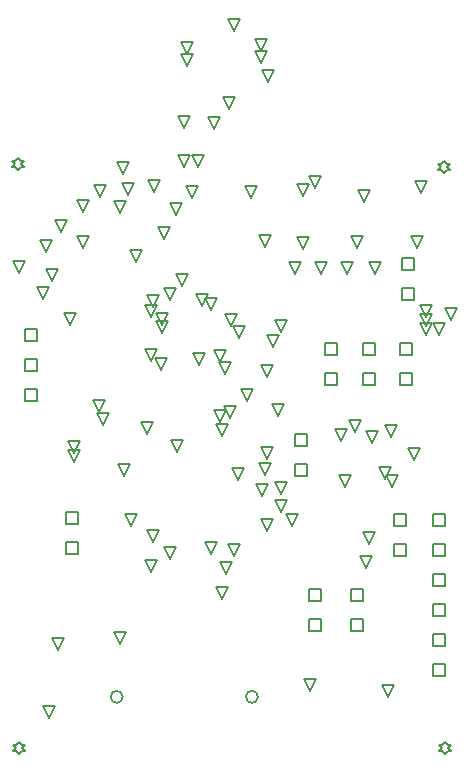
<source format=gbr>
%TF.GenerationSoftware,Altium Limited,Altium Designer,19.1.5 (86)*%
G04 Layer_Color=2752767*
%FSLAX26Y26*%
%MOIN*%
%TF.FileFunction,Drawing*%
%TF.Part,Single*%
G01*
G75*
%TA.AperFunction,NonConductor*%
%ADD48C,0.005000*%
%ADD95C,0.006667*%
D48*
X2719685Y1035000D02*
Y1075000D01*
X2759685D01*
Y1035000D01*
X2719685D01*
Y1135000D02*
Y1175000D01*
X2759685D01*
Y1135000D01*
X2719685D01*
X3050000Y770000D02*
Y810000D01*
X3090000D01*
Y770000D01*
X3050000D01*
Y870000D02*
Y910000D01*
X3090000D01*
Y870000D01*
X3050000D01*
X2905000Y520000D02*
Y560000D01*
X2945000D01*
Y520000D01*
X2905000D01*
Y620000D02*
Y660000D01*
X2945000D01*
Y620000D01*
X2905000D01*
X2765000Y520000D02*
Y560000D01*
X2805000D01*
Y520000D01*
X2765000D01*
Y620000D02*
Y660000D01*
X2805000D01*
Y620000D01*
X2765000D01*
X1820000Y1285000D02*
Y1325000D01*
X1860000D01*
Y1285000D01*
X1820000D01*
Y1385000D02*
Y1425000D01*
X1860000D01*
Y1385000D01*
X1820000D01*
Y1485000D02*
Y1525000D01*
X1860000D01*
Y1485000D01*
X1820000D01*
X1955000Y775000D02*
Y815000D01*
X1995000D01*
Y775000D01*
X1955000D01*
Y875000D02*
Y915000D01*
X1995000D01*
Y875000D01*
X1955000D01*
X3180000Y370000D02*
Y410000D01*
X3220000D01*
Y370000D01*
X3180000D01*
Y470000D02*
Y510000D01*
X3220000D01*
Y470000D01*
X3180000D01*
Y570000D02*
Y610000D01*
X3220000D01*
Y570000D01*
X3180000D01*
Y670000D02*
Y710000D01*
X3220000D01*
Y670000D01*
X3180000D01*
Y770000D02*
Y810000D01*
X3220000D01*
Y770000D01*
X3180000D01*
Y870000D02*
Y910000D01*
X3220000D01*
Y870000D01*
X3180000D01*
X3070000Y1440000D02*
Y1480000D01*
X3110000D01*
Y1440000D01*
X3070000D01*
Y1340000D02*
Y1380000D01*
X3110000D01*
Y1340000D01*
X3070000D01*
X2945000Y1440000D02*
Y1480000D01*
X2985000D01*
Y1440000D01*
X2945000D01*
Y1340000D02*
Y1380000D01*
X2985000D01*
Y1340000D01*
X2945000D01*
X2820000Y1440000D02*
Y1480000D01*
X2860000D01*
Y1440000D01*
X2820000D01*
Y1340000D02*
Y1380000D01*
X2860000D01*
Y1340000D01*
X2820000D01*
X3075000Y1623242D02*
Y1663242D01*
X3115000D01*
Y1623242D01*
X3075000D01*
Y1723242D02*
Y1763242D01*
X3115000D01*
Y1723242D01*
X3075000D01*
X2281849Y1827427D02*
X2261849Y1867427D01*
X2301849D01*
X2281849Y1827427D01*
X2244918Y1599493D02*
X2224918Y1639493D01*
X2264918D01*
X2244918Y1599493D01*
X2013397Y1797265D02*
X1993397Y1837265D01*
X2033397D01*
X2013397Y1797265D01*
X2342196Y1670000D02*
X2322196Y1710000D01*
X2362196D01*
X2342196Y1670000D01*
X2485000Y1375000D02*
X2465000Y1415000D01*
X2505000D01*
X2485000Y1375000D01*
X2399638Y1406024D02*
X2379638Y1446024D01*
X2419638D01*
X2399638Y1406024D01*
X2626575Y1365000D02*
X2606575Y1405000D01*
X2646575D01*
X2626575Y1365000D01*
X2469431Y1216917D02*
X2449431Y1256917D01*
X2489431D01*
X2469431Y1216917D01*
X2502042Y1229322D02*
X2482042Y1269322D01*
X2522042D01*
X2502042Y1229322D01*
X3020000Y1025709D02*
X3000000Y1065709D01*
X3040000D01*
X3020000Y1025709D01*
X1900000Y230000D02*
X1880000Y270000D01*
X1920000D01*
X1900000Y230000D01*
X3116505Y1090853D02*
X3096505Y1130853D01*
X3136505D01*
X3116505Y1090853D01*
X3043266Y1000000D02*
X3023266Y1040000D01*
X3063266D01*
X3043266Y1000000D01*
X2626575Y1093037D02*
X2606575Y1133037D01*
X2646575D01*
X2626575Y1093037D01*
X2886890Y1000000D02*
X2866890Y1040000D01*
X2906890D01*
X2886890Y1000000D01*
X2672474Y975000D02*
X2652474Y1015000D01*
X2692474D01*
X2672474Y975000D01*
Y915000D02*
X2652474Y955000D01*
X2692474D01*
X2672474Y915000D01*
X2610000Y970000D02*
X2590000Y1010000D01*
X2630000D01*
X2610000Y970000D01*
X2487109Y710000D02*
X2467109Y750000D01*
X2507109D01*
X2487109Y710000D01*
X2302509Y760000D02*
X2282509Y800000D01*
X2322509D01*
X2302509Y760000D01*
X2238058Y715281D02*
X2218058Y755281D01*
X2258058D01*
X2238058Y715281D01*
X2475000Y625000D02*
X2455000Y665000D01*
X2495000D01*
X2475000Y625000D01*
X2872582Y1152362D02*
X2852582Y1192362D01*
X2892582D01*
X2872582Y1152362D01*
X3240000Y1555000D02*
X3220000Y1595000D01*
X3260000D01*
X3240000Y1555000D01*
X3200000Y1505000D02*
X3180000Y1545000D01*
X3220000D01*
X3200000Y1505000D01*
X3155000D02*
X3135000Y1545000D01*
X3175000D01*
X3155000Y1505000D01*
Y1535000D02*
X3135000Y1575000D01*
X3175000D01*
X3155000Y1535000D01*
Y1565000D02*
X3135000Y1605000D01*
X3175000D01*
X3155000Y1565000D01*
X2672474Y1516446D02*
X2652474Y1556446D01*
X2692474D01*
X2672474Y1516446D01*
X2645000Y1465000D02*
X2625000Y1505000D01*
X2665000D01*
X2645000Y1465000D01*
X2558877Y1285000D02*
X2538877Y1325000D01*
X2578877D01*
X2558877Y1285000D01*
X3028445Y300000D02*
X3008445Y340000D01*
X3048445D01*
X3028445Y300000D01*
X2770000Y320000D02*
X2750000Y360000D01*
X2790000D01*
X2770000Y320000D01*
X2505000Y1535000D02*
X2485000Y1575000D01*
X2525000D01*
X2505000Y1535000D01*
X2276559Y1511886D02*
X2256559Y1551886D01*
X2296559D01*
X2276559Y1511886D01*
Y1539725D02*
X2256559Y1579725D01*
X2296559D01*
X2276559Y1539725D01*
X1982806Y1082649D02*
X1962806Y1122649D01*
X2002806D01*
X1982806Y1082649D01*
X1982339Y1111283D02*
X1962339Y1151283D01*
X2002339D01*
X1982339Y1111283D01*
X2325000Y1117424D02*
X2305000Y1157424D01*
X2345000D01*
X2325000Y1117424D01*
X2225006Y1176922D02*
X2205006Y1216922D01*
X2245006D01*
X2225006Y1176922D01*
X2527345Y1021890D02*
X2507345Y1061890D01*
X2547345D01*
X2527345Y1021890D01*
X2244918Y815000D02*
X2224918Y855000D01*
X2264918D01*
X2244918Y815000D01*
X2135476Y475000D02*
X2115476Y515000D01*
X2155476D01*
X2135476Y475000D01*
X1930000Y455000D02*
X1910000Y495000D01*
X1950000D01*
X1930000Y455000D01*
X2149396Y1035000D02*
X2129396Y1075000D01*
X2169396D01*
X2149396Y1035000D01*
X2628975Y2350000D02*
X2608975Y2390000D01*
X2648975D01*
X2628975Y2350000D01*
X2500000Y2260000D02*
X2480000Y2300000D01*
X2520000D01*
X2500000Y2260000D01*
X2360000Y2402196D02*
X2340000Y2442196D01*
X2380000D01*
X2360000Y2402196D01*
Y2443474D02*
X2340000Y2483474D01*
X2380000D01*
X2360000Y2443474D01*
X2375000Y1963899D02*
X2355000Y2003899D01*
X2395000D01*
X2375000Y1963899D01*
X2572417D02*
X2552417Y2003899D01*
X2592417D01*
X2572417Y1963899D01*
X2786099Y1995000D02*
X2766099Y2035000D01*
X2806099D01*
X2786099Y1995000D01*
X2469431Y1417234D02*
X2449431Y1457234D01*
X2489431D01*
X2469431Y1417234D01*
X3039406Y1167678D02*
X3019406Y1207678D01*
X3059406D01*
X3039406Y1167678D01*
X2975000Y1145000D02*
X2955000Y1185000D01*
X2995000D01*
X2975000Y1145000D01*
X2920000Y1184173D02*
X2900000Y1224173D01*
X2940000D01*
X2920000Y1184173D01*
X3125000Y1795827D02*
X3105000Y1835827D01*
X3145000D01*
X3125000Y1795827D01*
X2924472D02*
X2904472Y1835827D01*
X2944472D01*
X2924472Y1795827D01*
X2745000Y1793205D02*
X2725000Y1833205D01*
X2765000D01*
X2745000Y1793205D01*
X3140000Y1980000D02*
X3120000Y2020000D01*
X3160000D01*
X3140000Y1980000D01*
X2240000Y1420000D02*
X2220000Y1460000D01*
X2260000D01*
X2240000Y1420000D01*
X2448228Y2194188D02*
X2428228Y2234188D01*
X2468228D01*
X2448228Y2194188D01*
X2347196Y2195000D02*
X2327196Y2235000D01*
X2367196D01*
X2347196Y2195000D01*
X2396872Y2065362D02*
X2376872Y2105362D01*
X2416872D01*
X2396872Y2065362D01*
X2350000D02*
X2330000Y2105362D01*
X2370000D01*
X2350000Y2065362D01*
X2474537Y1169182D02*
X2454537Y1209182D01*
X2494537D01*
X2474537Y1169182D01*
X2620000Y1039331D02*
X2600000Y1079331D01*
X2640000D01*
X2620000Y1039331D01*
X2078425Y1205000D02*
X2058425Y1245000D01*
X2098425D01*
X2078425Y1205000D01*
X2066868Y1248425D02*
X2046868Y1288425D01*
X2086868D01*
X2066868Y1248425D01*
X2660635Y1235586D02*
X2640635Y1275586D01*
X2680635D01*
X2660635Y1235586D01*
X2603974Y2411358D02*
X2583974Y2451358D01*
X2623974D01*
X2603974Y2411358D01*
X2605000Y2452780D02*
X2585000Y2492780D01*
X2625000D01*
X2605000Y2452780D01*
X2515000Y2520000D02*
X2495000Y2560000D01*
X2535000D01*
X2515000Y2520000D01*
X2950000Y1950000D02*
X2930000Y1990000D01*
X2970000D01*
X2950000Y1950000D01*
X2238058Y1567564D02*
X2218058Y1607564D01*
X2258058D01*
X2238058Y1567564D01*
X2302509Y1622729D02*
X2282509Y1662729D01*
X2322509D01*
X2302509Y1622729D01*
X2408408Y1602028D02*
X2388408Y1642028D01*
X2428408D01*
X2408408Y1602028D01*
X2533425Y1497467D02*
X2513425Y1537467D01*
X2553425D01*
X2533425Y1497467D01*
X2438920Y1589146D02*
X2418920Y1629146D01*
X2458920D01*
X2438920Y1589146D01*
X2271874Y1389395D02*
X2251874Y1429395D01*
X2291874D01*
X2271874Y1389395D01*
X2172836Y870000D02*
X2152836Y910000D01*
X2192836D01*
X2172836Y870000D01*
X2964646Y809876D02*
X2944646Y849876D01*
X2984646D01*
X2964646Y809876D01*
X2955000Y730000D02*
X2935000Y770000D01*
X2975000D01*
X2955000Y730000D01*
X2707244Y870000D02*
X2687244Y910000D01*
X2727244D01*
X2707244Y870000D01*
X2626575Y853307D02*
X2606575Y893307D01*
X2646575D01*
X2626575Y853307D01*
X2515000Y769488D02*
X2495000Y809488D01*
X2535000D01*
X2515000Y769488D01*
X2438920Y775000D02*
X2418920Y815000D01*
X2458920D01*
X2438920Y775000D01*
X1795000Y2055000D02*
X1805000Y2065000D01*
X1815000D01*
X1805000Y2075000D01*
X1815000Y2085000D01*
X1805000D01*
X1795000Y2095000D01*
X1785000Y2085000D01*
X1775000D01*
X1785000Y2075000D01*
X1775000Y2065000D01*
X1785000D01*
X1795000Y2055000D01*
X3220000Y110000D02*
X3230000Y120000D01*
X3240000D01*
X3230000Y130000D01*
X3240000Y140000D01*
X3230000D01*
X3220000Y150000D01*
X3210000Y140000D01*
X3200000D01*
X3210000Y130000D01*
X3200000Y120000D01*
X3210000D01*
X3220000Y110000D01*
X1800000D02*
X1810000Y120000D01*
X1820000D01*
X1810000Y130000D01*
X1820000Y140000D01*
X1810000D01*
X1800000Y150000D01*
X1790000Y140000D01*
X1780000D01*
X1790000Y130000D01*
X1780000Y120000D01*
X1790000D01*
X1800000Y110000D01*
X3215000Y2045000D02*
X3225000Y2055000D01*
X3235000D01*
X3225000Y2065000D01*
X3235000Y2075000D01*
X3225000D01*
X3215000Y2085000D01*
X3205000Y2075000D01*
X3195000D01*
X3205000Y2065000D01*
X3195000Y2055000D01*
X3205000D01*
X3215000Y2045000D01*
X1906905Y1684864D02*
X1886905Y1724864D01*
X1926905D01*
X1906905Y1684864D01*
X2745000Y1970000D02*
X2725000Y2010000D01*
X2765000D01*
X2745000Y1970000D01*
X2188120Y1750556D02*
X2168120Y1790556D01*
X2208120D01*
X2188120Y1750556D01*
X2986486Y1711036D02*
X2966486Y1751036D01*
X3006486D01*
X2986486Y1711036D01*
X2893347Y1709359D02*
X2873347Y1749359D01*
X2913347D01*
X2893347Y1709359D01*
X2805000Y1710540D02*
X2785000Y1750540D01*
X2825000D01*
X2805000Y1710540D01*
X2720000Y1708441D02*
X2700000Y1748441D01*
X2740000D01*
X2720000Y1708441D01*
X2620000Y1800987D02*
X2600000Y1840987D01*
X2640000D01*
X2620000Y1800987D01*
X2135256Y1911441D02*
X2115256Y1951441D01*
X2155256D01*
X2135256Y1911441D01*
X2012908Y1916441D02*
X1992908Y1956441D01*
X2032908D01*
X2012908Y1916441D01*
X1876941Y1626441D02*
X1856941Y1666441D01*
X1896941D01*
X1876941Y1626441D01*
X2248499Y1981441D02*
X2228499Y2021441D01*
X2268499D01*
X2248499Y1981441D01*
X2163094Y1971441D02*
X2143094Y2011441D01*
X2183094D01*
X2163094Y1971441D01*
X1967190Y1538327D02*
X1947190Y1578327D01*
X1987190D01*
X1967190Y1538327D01*
X2321941Y1905454D02*
X2301941Y1945454D01*
X2341941D01*
X2321941Y1905454D01*
X2143900Y2041441D02*
X2123900Y2081441D01*
X2163900D01*
X2143900Y2041441D01*
X2068349Y1966441D02*
X2048349Y2006441D01*
X2088349D01*
X2068349Y1966441D01*
X1936941Y1848842D02*
X1916941Y1888842D01*
X1956941D01*
X1936941Y1848842D01*
X1886941Y1781441D02*
X1866941Y1821441D01*
X1906941D01*
X1886941Y1781441D01*
X1796941Y1711441D02*
X1776941Y1751441D01*
X1816941D01*
X1796941Y1711441D01*
D95*
X2144213Y300000D02*
G03*
X2144213Y300000I-20000J0D01*
G01*
X2595000D02*
G03*
X2595000Y300000I-20000J0D01*
G01*
%TF.MD5,91afb6537a0ab3a531d63b388225ebfa*%
M02*

</source>
